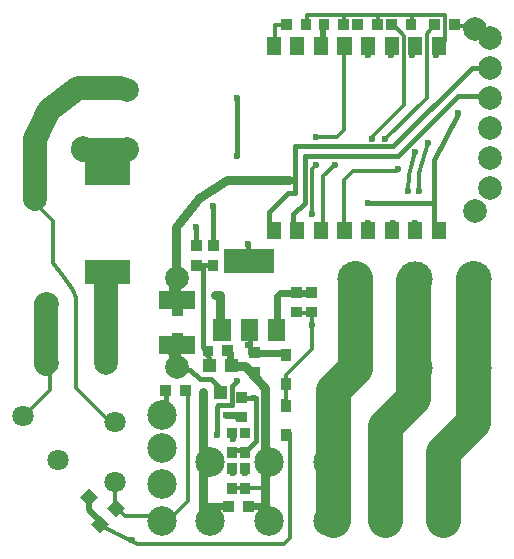
<source format=gbr>
%FSLAX32Y32*%
%MOMM*%
%LNKUPFERSEITE2*%
G71*
G01*
%ADD10C, 2.00*%
%ADD11C, 3.00*%
%ADD12C, 2.50*%
%ADD13C, 3.00*%
%ADD14C, 1.00*%
%ADD15C, 0.80*%
%ADD16C, 0.60*%
%ADD17C, 2.00*%
%ADD18C, 2.00*%
%ADD19C, 0.40*%
%ADD20C, 0.60*%
%ADD21C, 2.00*%
%ADD22C, 1.80*%
%ADD23C, 0.30*%
%ADD24C, 0.50*%
%LPD*%
X5409Y6454D02*
G54D10*
D03*
X5409Y5701D02*
G54D10*
D03*
X6922Y5698D02*
G54D11*
D03*
X6922Y6451D02*
G54D11*
D03*
X7424Y5698D02*
G54D11*
D03*
X7424Y6451D02*
G54D11*
D03*
X7926Y5698D02*
G54D11*
D03*
X7926Y6451D02*
G54D11*
D03*
X5691Y4396D02*
G54D12*
D03*
X5691Y4896D02*
G54D12*
D03*
X6191Y4396D02*
G54D12*
D03*
X6191Y4896D02*
G54D12*
D03*
X6691Y4396D02*
G54D12*
D03*
X6691Y4896D02*
G54D12*
D03*
X7191Y4396D02*
G54D12*
D03*
X7191Y4896D02*
G54D12*
D03*
X7691Y4396D02*
G54D12*
D03*
X7691Y4896D02*
G54D12*
D03*
G54D13*
X7668Y4412D02*
X7668Y4984D01*
X7922Y5238D01*
X7922Y6460D01*
G54D13*
X7414Y6444D02*
X7414Y5444D01*
X7176Y5206D01*
X7176Y4412D01*
G54D13*
X6922Y6460D02*
X6922Y5698D01*
X6731Y5507D01*
X6731Y4412D01*
X5286Y5301D02*
G54D12*
D03*
X5286Y5015D02*
G54D12*
D03*
X5286Y4396D02*
G54D12*
D03*
G36*
X5562Y6344D02*
X5562Y6194D01*
X5262Y6194D01*
X5262Y6344D01*
X5562Y6344D01*
G37*
G36*
X5562Y5964D02*
X5562Y5814D01*
X5262Y5814D01*
X5262Y5964D01*
X5562Y5964D01*
G37*
G36*
X5621Y6777D02*
X5621Y6687D01*
X5531Y6687D01*
X5531Y6777D01*
X5621Y6777D01*
G37*
G36*
X5620Y6610D02*
X5620Y6520D01*
X5530Y6520D01*
X5530Y6610D01*
X5620Y6610D01*
G37*
G36*
X5928Y5658D02*
X5818Y5658D01*
X5818Y5768D01*
X5928Y5768D01*
X5928Y5658D01*
G37*
G36*
X5738Y5658D02*
X5628Y5658D01*
X5628Y5768D01*
X5738Y5768D01*
X5738Y5658D01*
G37*
G36*
X5833Y5436D02*
X5723Y5436D01*
X5723Y5546D01*
X5833Y5546D01*
X5833Y5436D01*
G37*
G54D14*
X5398Y5714D02*
X5398Y5825D01*
X5382Y5841D01*
G54D14*
X5398Y6428D02*
X5398Y6254D01*
G54D15*
X5636Y4396D02*
X5636Y5492D01*
X5636Y5412D02*
G54D16*
D03*
X5636Y5492D02*
G54D16*
D03*
X4985Y8047D02*
G54D17*
D03*
X4985Y7547D02*
G54D17*
D03*
X7931Y8568D02*
G54D17*
D03*
X7931Y7028D02*
G54D17*
D03*
X4811Y6238D02*
G54D18*
D03*
X4811Y5738D02*
G54D18*
D03*
X4311Y6238D02*
G54D18*
D03*
X4311Y5738D02*
G54D18*
D03*
G54D15*
X5401Y6465D02*
X5401Y6888D01*
X5602Y7137D01*
X5835Y7290D01*
X6361Y7290D01*
X6271Y7285D02*
G54D16*
D03*
X6350Y7285D02*
G54D16*
D03*
G36*
X6330Y5921D02*
X6180Y5921D01*
X6180Y6111D01*
X6330Y6111D01*
X6330Y5921D01*
G37*
G36*
X6100Y5920D02*
X5950Y5920D01*
X5950Y6110D01*
X6100Y6110D01*
X6100Y5920D01*
G37*
G36*
X5870Y5920D02*
X5720Y5920D01*
X5720Y6110D01*
X5870Y6110D01*
X5870Y5920D01*
G37*
G36*
X6234Y6497D02*
X5814Y6497D01*
X5814Y6707D01*
X6234Y6707D01*
X6234Y6497D01*
G37*
G54D19*
X5461Y5682D02*
X5524Y5682D01*
X5604Y5603D01*
X5699Y5603D01*
X5763Y5539D01*
G54D19*
X5636Y6571D02*
X5636Y5872D01*
X5699Y5746D01*
G54D20*
X5858Y5825D02*
X5858Y5730D01*
G54D15*
X6160Y4364D02*
X6160Y5523D01*
X5985Y5714D01*
X5874Y5714D01*
X5731Y6317D02*
G54D16*
D03*
G36*
X6114Y5872D02*
X6114Y5782D01*
X6024Y5782D01*
X6024Y5872D01*
X6114Y5872D01*
G37*
G36*
X6113Y5705D02*
X6113Y5615D01*
X6023Y5615D01*
X6023Y5705D01*
X6113Y5705D01*
G37*
G54D19*
X6032Y5952D02*
X6032Y5825D01*
X6017Y5888D02*
G54D16*
D03*
X6017Y6746D02*
G54D16*
D03*
G36*
X6002Y5491D02*
X6002Y5401D01*
X5912Y5401D01*
X5912Y5491D01*
X6002Y5491D01*
G37*
G36*
X6001Y5324D02*
X6001Y5234D01*
X5911Y5234D01*
X5911Y5324D01*
X6001Y5324D01*
G37*
G36*
X6034Y5190D02*
X6034Y5100D01*
X5944Y5100D01*
X5944Y5190D01*
X6034Y5190D01*
G37*
G36*
X6033Y5023D02*
X6033Y4933D01*
X5943Y4933D01*
X5943Y5023D01*
X6033Y5023D01*
G37*
X5826Y5301D02*
G54D16*
D03*
X5985Y5158D02*
G54D16*
D03*
G54D20*
X5826Y5301D02*
X5906Y5301D01*
X5937Y5269D01*
X6064Y5444D02*
G54D16*
D03*
G54D19*
X5969Y5444D02*
X6080Y5444D01*
X6080Y5079D01*
X6001Y4999D01*
X5874Y4999D01*
G54D19*
X6017Y6682D02*
X6017Y6746D01*
X7398Y8349D02*
G54D16*
D03*
X8064Y8492D02*
G54D17*
D03*
X8064Y8238D02*
G54D17*
D03*
X8064Y7984D02*
G54D17*
D03*
X8064Y7730D02*
G54D17*
D03*
G36*
X5764Y6777D02*
X5764Y6687D01*
X5674Y6687D01*
X5674Y6777D01*
X5764Y6777D01*
G37*
G36*
X5763Y6610D02*
X5763Y6520D01*
X5673Y6520D01*
X5673Y6610D01*
X5763Y6610D01*
G37*
G54D19*
X5572Y6571D02*
X5731Y6571D01*
X5572Y6888D02*
G54D16*
D03*
G54D19*
X5572Y6888D02*
X5572Y6746D01*
G54D19*
X6398Y6904D02*
X6398Y7000D01*
X6493Y7095D01*
X6493Y7492D01*
X7287Y7492D01*
X7795Y8000D01*
X8049Y8000D01*
G54D19*
X6191Y6920D02*
X6191Y7016D01*
X6350Y7174D01*
X6414Y7174D01*
X6414Y7571D01*
X7239Y7571D01*
X7906Y8238D01*
X8049Y8238D01*
G54D19*
X7588Y6936D02*
X7588Y7460D01*
X7787Y7849D01*
X7795Y7857D02*
G54D16*
D03*
G36*
X4636Y6408D02*
X4636Y6608D01*
X5011Y6608D01*
X5011Y6408D01*
X4636Y6408D01*
G37*
G36*
X4637Y7249D02*
X4637Y7449D01*
X5012Y7449D01*
X5012Y7249D01*
X4637Y7249D01*
G37*
G54D21*
X4810Y6460D02*
X4810Y5746D01*
G54D21*
X4207Y7127D02*
X4207Y7635D01*
X4326Y7881D01*
X4572Y8063D01*
X4937Y8063D01*
X4620Y8063D02*
G54D17*
D03*
X4620Y7555D02*
G54D17*
D03*
G54D21*
X4620Y7539D02*
X4985Y7539D01*
X4207Y7127D02*
G54D18*
D03*
X4207Y7627D02*
G54D18*
D03*
X7033Y7095D02*
G54D16*
D03*
G54D19*
X7033Y7095D02*
X7588Y7095D01*
X7033Y6920D02*
G54D16*
D03*
G54D19*
X5715Y7047D02*
X5715Y6746D01*
X5715Y7063D02*
G54D16*
D03*
X7223Y8349D02*
G54D16*
D03*
G36*
X5887Y5796D02*
X5797Y5796D01*
X5797Y5886D01*
X5887Y5886D01*
X5887Y5796D01*
G37*
G36*
X5720Y5795D02*
X5630Y5795D01*
X5630Y5885D01*
X5720Y5885D01*
X5720Y5795D01*
G37*
G36*
X6034Y4888D02*
X6034Y4798D01*
X5944Y4798D01*
X5944Y4888D01*
X6034Y4888D01*
G37*
G36*
X6033Y4721D02*
X6033Y4631D01*
X5943Y4631D01*
X5943Y4721D01*
X6033Y4721D01*
G37*
G36*
X5529Y5460D02*
X5439Y5460D01*
X5439Y5550D01*
X5529Y5550D01*
X5529Y5460D01*
G37*
G36*
X5362Y5461D02*
X5272Y5461D01*
X5272Y5551D01*
X5362Y5551D01*
X5362Y5461D01*
G37*
G54D19*
X5318Y5492D02*
X5318Y5317D01*
X5985Y4809D02*
G54D16*
D03*
G36*
X6062Y4478D02*
X5972Y4478D01*
X5972Y4568D01*
X6062Y4568D01*
X6062Y4478D01*
G37*
G36*
X5895Y4477D02*
X5805Y4477D01*
X5805Y4567D01*
X5895Y4567D01*
X5895Y4477D01*
G37*
G54D20*
X6017Y4523D02*
X6160Y4523D01*
X5286Y4714D02*
G54D12*
D03*
G36*
X5923Y5190D02*
X5923Y5100D01*
X5833Y5100D01*
X5833Y5190D01*
X5923Y5190D01*
G37*
G36*
X5922Y5023D02*
X5922Y4933D01*
X5832Y4933D01*
X5832Y5023D01*
X5922Y5023D01*
G37*
G36*
X5923Y4888D02*
X5923Y4798D01*
X5833Y4798D01*
X5833Y4888D01*
X5923Y4888D01*
G37*
G36*
X5922Y4721D02*
X5922Y4631D01*
X5832Y4631D01*
X5832Y4721D01*
X5922Y4721D01*
G37*
X5890Y4809D02*
G54D16*
D03*
X5890Y5095D02*
G54D16*
D03*
G54D19*
X5747Y5126D02*
X5747Y5364D01*
X5763Y5380D01*
X5874Y5380D01*
X5874Y5539D01*
X5921Y5587D01*
X5921Y5587D02*
G54D16*
D03*
X5747Y5126D02*
G54D16*
D03*
X7033Y8349D02*
G54D16*
D03*
X5921Y7492D02*
G54D16*
D03*
X5921Y7984D02*
G54D16*
D03*
G54D19*
X5921Y7492D02*
X5921Y7984D01*
X4402Y4915D02*
G54D22*
D03*
X4107Y5290D02*
G54D22*
D03*
X4890Y4729D02*
G54D22*
D03*
X4890Y5237D02*
G54D22*
D03*
G54D21*
X4302Y6238D02*
X4302Y5730D01*
G54D23*
X4890Y4714D02*
X4890Y4523D01*
X4969Y4444D01*
X5223Y4444D01*
X5255Y4476D01*
G36*
X4681Y4376D02*
X4758Y4454D01*
X4836Y4376D01*
X4758Y4299D01*
X4681Y4376D01*
G37*
G36*
X4815Y4511D02*
X4893Y4589D01*
X4971Y4511D01*
X4893Y4433D01*
X4815Y4511D01*
G37*
G36*
X4591Y4601D02*
X4669Y4678D01*
X4746Y4601D01*
X4669Y4523D01*
X4591Y4601D01*
G37*
G54D24*
X4667Y4602D02*
X4667Y4491D01*
X4778Y4380D01*
G54D23*
X4762Y4364D02*
X4890Y4301D01*
X5080Y4206D01*
X6318Y4206D01*
X6366Y4253D01*
X6366Y5142D01*
G36*
X6380Y5428D02*
X6380Y5323D01*
X6290Y5324D01*
X6290Y5429D01*
X6380Y5428D01*
G37*
G36*
X6380Y5182D02*
X6380Y5077D01*
X6290Y5076D01*
X6290Y5181D01*
X6380Y5182D01*
G37*
G36*
X5459Y6238D02*
X5459Y6133D01*
X5369Y6133D01*
X5369Y6238D01*
X5459Y6238D01*
G37*
G36*
X5459Y5991D02*
X5459Y5886D01*
X5369Y5886D01*
X5369Y5991D01*
X5459Y5991D01*
G37*
G36*
X6381Y6124D02*
X6381Y6214D01*
X6471Y6214D01*
X6471Y6124D01*
X6381Y6124D01*
G37*
G36*
X6380Y6291D02*
X6380Y6381D01*
X6470Y6381D01*
X6470Y6291D01*
X6380Y6291D01*
G37*
G36*
X6508Y6124D02*
X6508Y6214D01*
X6598Y6214D01*
X6598Y6124D01*
X6508Y6124D01*
G37*
G36*
X6507Y6291D02*
X6507Y6381D01*
X6597Y6381D01*
X6597Y6291D01*
X6507Y6291D01*
G37*
G54D23*
X6334Y5364D02*
X6334Y5634D01*
X6556Y5857D01*
X6556Y6158D01*
G54D23*
X6429Y6158D02*
X6540Y6158D01*
X6556Y6063D02*
G54D16*
D03*
X7430Y6920D02*
G54D16*
D03*
G36*
X7805Y8559D02*
X7715Y8559D01*
X7715Y8649D01*
X7805Y8649D01*
X7805Y8559D01*
G37*
G36*
X7638Y8558D02*
X7548Y8558D01*
X7548Y8648D01*
X7638Y8648D01*
X7638Y8558D01*
G37*
G36*
X7439Y8559D02*
X7349Y8559D01*
X7349Y8649D01*
X7439Y8649D01*
X7439Y8559D01*
G37*
G36*
X7272Y8558D02*
X7182Y8558D01*
X7182Y8648D01*
X7272Y8648D01*
X7272Y8558D01*
G37*
G36*
X7154Y8559D02*
X7064Y8559D01*
X7064Y8649D01*
X7154Y8649D01*
X7154Y8559D01*
G37*
G36*
X6987Y8558D02*
X6897Y8558D01*
X6897Y8648D01*
X6987Y8648D01*
X6987Y8558D01*
G37*
G36*
X6868Y8559D02*
X6778Y8559D01*
X6778Y8649D01*
X6868Y8649D01*
X6868Y8559D01*
G37*
G36*
X6701Y8558D02*
X6611Y8558D01*
X6611Y8648D01*
X6701Y8648D01*
X6701Y8558D01*
G37*
G36*
X6550Y8559D02*
X6460Y8559D01*
X6460Y8649D01*
X6550Y8649D01*
X6550Y8559D01*
G37*
G36*
X6383Y8558D02*
X6293Y8558D01*
X6293Y8648D01*
X6383Y8648D01*
X6383Y8558D01*
G37*
G36*
X7570Y6934D02*
X7690Y6934D01*
X7690Y6784D01*
X7570Y6784D01*
X7570Y6934D01*
G37*
G36*
X7370Y6934D02*
X7490Y6934D01*
X7490Y6784D01*
X7370Y6784D01*
X7370Y6934D01*
G37*
G36*
X7170Y6934D02*
X7290Y6934D01*
X7290Y6784D01*
X7170Y6784D01*
X7170Y6934D01*
G37*
G36*
X6970Y6934D02*
X7090Y6934D01*
X7090Y6784D01*
X6970Y6784D01*
X6970Y6934D01*
G37*
G36*
X6770Y6934D02*
X6890Y6934D01*
X6890Y6784D01*
X6770Y6784D01*
X6770Y6934D01*
G37*
G36*
X6570Y6934D02*
X6690Y6934D01*
X6690Y6784D01*
X6570Y6784D01*
X6570Y6934D01*
G37*
G36*
X6370Y6934D02*
X6490Y6934D01*
X6490Y6784D01*
X6370Y6784D01*
X6370Y6934D01*
G37*
G36*
X6170Y6934D02*
X6290Y6934D01*
X6290Y6784D01*
X6170Y6784D01*
X6170Y6934D01*
G37*
G36*
X7570Y8497D02*
X7690Y8497D01*
X7690Y8347D01*
X7570Y8347D01*
X7570Y8497D01*
G37*
G36*
X7370Y8497D02*
X7490Y8497D01*
X7490Y8347D01*
X7370Y8347D01*
X7370Y8497D01*
G37*
G36*
X7170Y8497D02*
X7290Y8497D01*
X7290Y8347D01*
X7170Y8347D01*
X7170Y8497D01*
G37*
G36*
X6970Y8497D02*
X7090Y8497D01*
X7090Y8347D01*
X6970Y8347D01*
X6970Y8497D01*
G37*
G36*
X6770Y8497D02*
X6890Y8497D01*
X6890Y8347D01*
X6770Y8347D01*
X6770Y8497D01*
G37*
G36*
X6570Y8497D02*
X6690Y8497D01*
X6690Y8347D01*
X6570Y8347D01*
X6570Y8497D01*
G37*
G36*
X6370Y8497D02*
X6490Y8497D01*
X6490Y8347D01*
X6370Y8347D01*
X6370Y8497D01*
G37*
G36*
X6170Y8497D02*
X6290Y8497D01*
X6290Y8347D01*
X6170Y8347D01*
X6170Y8497D01*
G37*
G54D23*
X6826Y8603D02*
X6826Y8682D01*
X7112Y8682D01*
X7112Y8619D01*
X7112Y8682D01*
X7398Y8682D01*
X7398Y8619D01*
X7398Y8682D01*
X7684Y8682D01*
X7684Y8460D01*
X7604Y8349D02*
G54D16*
D03*
G54D15*
X5731Y6317D02*
X5778Y6317D01*
X5778Y6063D01*
G54D20*
X6255Y6047D02*
X6255Y6301D01*
X6286Y6333D01*
X6540Y6333D01*
G54D14*
X7938Y8571D02*
X8064Y8492D01*
G54D24*
X6652Y8603D02*
X6652Y8460D01*
X7239Y6920D02*
G54D16*
D03*
X7366Y7190D02*
G54D16*
D03*
X7461Y7190D02*
G54D16*
D03*
X7430Y7524D02*
G54D16*
D03*
X7541Y7603D02*
G54D16*
D03*
G54D23*
X7588Y8603D02*
X7525Y8524D01*
X7525Y7984D01*
X7176Y7635D01*
X7064Y7635D02*
G54D16*
D03*
X7176Y7635D02*
G54D16*
D03*
G54D23*
X7366Y7190D02*
X7374Y7333D01*
X7430Y7524D01*
G54D23*
X7461Y7190D02*
X7461Y7349D01*
X7541Y7603D01*
G54D23*
X7223Y8587D02*
X7255Y8587D01*
X7334Y8508D01*
X7334Y7920D01*
X7064Y7650D01*
X7064Y7635D01*
G54D23*
X7763Y8587D02*
X7858Y8587D01*
G54D23*
X6842Y8682D02*
X6509Y8682D01*
X6509Y8619D01*
G54D23*
X6334Y8603D02*
X6239Y8603D01*
X6239Y8460D01*
G54D20*
X5683Y4523D02*
X5826Y4523D01*
G54D23*
X5874Y4682D02*
X6160Y4682D01*
G54D23*
X5382Y4428D02*
X5382Y4444D01*
X5509Y4571D01*
X5509Y5460D01*
X5477Y5492D01*
G54D23*
X4112Y5317D02*
X4143Y5317D01*
X4334Y5507D01*
X4334Y5682D01*
G54D23*
X4207Y7095D02*
X4366Y6936D01*
X4366Y6587D01*
X4445Y6476D01*
X4532Y6357D01*
X4556Y6285D01*
X4556Y5523D01*
X4842Y5238D01*
G36*
X6380Y5857D02*
X6380Y5752D01*
X6290Y5752D01*
X6290Y5857D01*
X6380Y5857D01*
G37*
G36*
X6380Y5610D02*
X6380Y5505D01*
X6290Y5505D01*
X6290Y5610D01*
X6380Y5610D01*
G37*
X6255Y6206D02*
G54D16*
D03*
X6255Y6269D02*
G54D16*
D03*
G54D20*
X6064Y5825D02*
X6318Y5825D01*
X5032Y4237D02*
G54D16*
D03*
X6556Y7000D02*
G54D16*
D03*
G54D23*
X6556Y7000D02*
X6556Y7381D01*
X6588Y7412D01*
X6588Y7412D02*
G54D16*
D03*
X6588Y7650D02*
G54D16*
D03*
G54D23*
X6588Y7650D02*
X6763Y7650D01*
X6826Y7714D01*
X6826Y8381D01*
X8064Y7222D02*
G54D17*
D03*
X8064Y7476D02*
G54D17*
D03*
G54D23*
X6652Y6888D02*
X6652Y7317D01*
X6747Y7412D01*
G54D23*
X6826Y6873D02*
X6826Y7285D01*
X6906Y7365D01*
X7271Y7365D01*
X7287Y7381D01*
X6747Y7412D02*
G54D16*
D03*
X7287Y7381D02*
G54D16*
D03*
M02*

</source>
